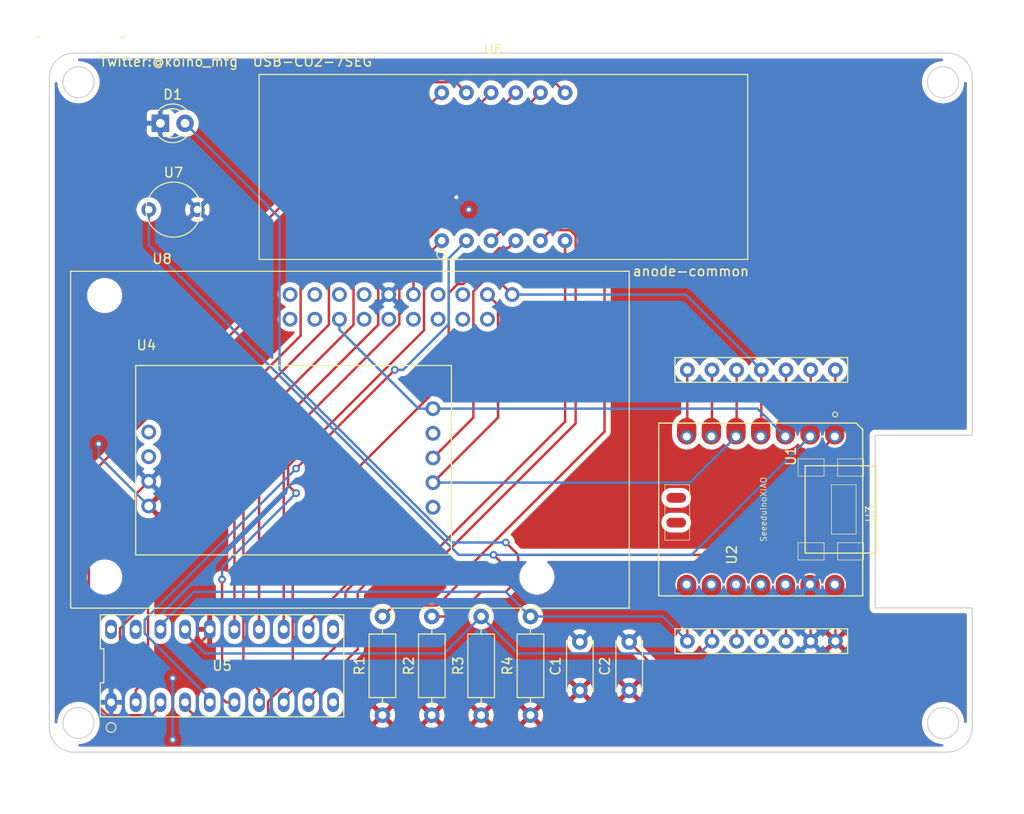
<source format=kicad_pcb>
(kicad_pcb (version 20171130) (host pcbnew "(5.1.2-1)-1")
  (layers (0 F.Cu signal) (31 B.Cu signal) (34 B.Paste user) (35 F.Paste user) (36 B.SilkS user) (37 F.SilkS user) (38 B.Mask user) (39 F.Mask user) (44 Edge.Cuts user))
  (net 0 "")
  (net 1 GND)
  (net 2 +5V)
  (net 3 "Net-(D1-Pad2)")
  (net 4 "Net-(R1-Pad2)")
  (net 5 "Net-(R3-Pad2)")
  (net 6 "Net-(R4-Pad2)")
  (net 7 "Net-(U1-Pad3)")
  (net 8 "Net-(U1-Pad4)")
  (net 9 "Net-(U1-Pad5)")
  (net 10 "Net-(U1-Pad6)")
  (net 11 "Net-(U1-Pad7)")
  (net 12 "Net-(U2-Pad5)")
  (net 13 "Net-(U2-Pad4)")
  (net 14 "Net-(U2-Pad3)")
  (net 15 "Net-(U3-Pad20)")
  (net 16 "Net-(U3-Pad19)")
  (net 17 "Net-(U3-Pad18)")
  (net 18 "Net-(U3-Pad17)")
  (net 19 "Net-(U3-Pad16)")
  (net 20 "Net-(U3-Pad15)")
  (net 21 "Net-(U4-Pad2)")
  (net 22 "Net-(U4-Pad5)")
  (net 23 "Net-(U4-Pad6)")
  (net 24 "Net-(U4-Pad7)")
  (net 25 "Net-(U5-Pad20)")
  (net 26 "Net-(U5-Pad19)")
  (net 27 "Net-(U5-Pad2)")
  (net 28 "Net-(U5-Pad3)")
  (net 29 "Net-(U5-Pad4)")
  (net 30 "Net-(U5-Pad5)")
  (net 31 "Net-(U5-Pad15)")
  (net 32 "Net-(U5-Pad6)")
  (net 33 "Net-(U5-Pad14)")
  (net 34 "Net-(U5-Pad7)")
  (net 35 "Net-(U5-Pad13)")
  (net 36 "Net-(U5-Pad8)")
  (net 37 "Net-(U5-Pad12)")
  (net 38 "Net-(U5-Pad9)")
  (net 39 "Net-(U5-Pad11)")
  (net 40 "Net-(U5-Pad10)")
  (net 41 "Net-(U8-Pad14)")
  (net 42 "Net-(U8-Pad13)")
  (net 43 "Net-(U8-Pad11)")
  (net 44 "Net-(U8-Pad10)")
  (net 45 "Net-(U8-Pad9)")
  (net 46 "Net-(U8-Pad7)")
  (net 47 "Net-(U8-Pad6)")
  (net 48 "Net-(U8-Pad5)")
  (net 49 "Net-(U8-Pad4)")
  (net 50 "Net-(U8-Pad17)")
  (net 51 "Net-(U8-Pad16)")
  (net 52 "Net-(U8-Pad15)")
  (net 53 "Net-(U8-Pad12)")
  (net 54 "Net-(U8-Pad2)")
  (module kicad_mylib:signature_koino (layer F.Cu) (at 6.35 -69.85)
    (fp_text reference ~ (at 2.54 -3.81) (layer F.SilkS))
    (fp_text value signature_koino)
    (fp_text user "Twitter:@koino_mfg  USB-CO2-7SEG" (at 0 -1.27) (layer F.SilkS) (effects (justify left)))
  )
  (module kicad_mylib:akizuki_B_plate_lower_right (layer F.Cu) (at 1.27 0)
    (fp_text reference ~ (at -1.27 -73.66) (layer F.SilkS))
    (fp_text value akizuki_B_plate_lower_right)
    (fp_arc (start 92.46 -69.46) (end 95 -69.46) (angle -90) (layer Edge.Cuts) (width 0.12))
    (fp_circle (center 92 -3) (end 93.6 -3) (layer Edge.Cuts) (width 0.12))
    (fp_circle (center 3 -69) (end 4.6 -69) (layer Edge.Cuts) (width 0.12))
    (fp_line (start 95 -2.54) (end 95 -14.86) (layer Edge.Cuts) (width 0.12))
    (fp_line (start 2.54 -72) (end 92.46 -72) (layer Edge.Cuts) (width 0.12))
    (fp_circle (center 92 -69) (end 93.6 -69) (layer Edge.Cuts) (width 0.12))
    (fp_line (start 85 -32.64) (end 95 -32.64) (layer Edge.Cuts) (width 0.12))
    (fp_arc (start 2.54 -69.46) (end 2.54 -72) (angle -90) (layer Edge.Cuts) (width 0.12))
    (fp_line (start 0 -2.54) (end 0 -69.46) (layer Edge.Cuts) (width 0.12))
    (fp_circle (center 3 -3) (end 4.6 -3) (layer Edge.Cuts) (width 0.12))
    (fp_line (start 85 -32.64) (end 85 -14.86) (layer Edge.Cuts) (width 0.12))
    (fp_line (start 2.54 0) (end 92.46 0) (layer Edge.Cuts) (width 0.12))
    (fp_arc (start 2.54 -2.54) (end 0 -2.54) (angle -90) (layer Edge.Cuts) (width 0.12))
    (fp_line (start 95 -32.64) (end 95 -69.46) (layer Edge.Cuts) (width 0.12))
    (fp_arc (start 92.46 -2.54) (end 92.46 0) (angle -90) (layer Edge.Cuts) (width 0.12))
    (fp_line (start 85 -14.86) (end 95 -14.86) (layer Edge.Cuts) (width 0.12))
  )
  (module Capacitor_THT:C_Disc_D5.0mm_W2.5mm_P5.00mm (layer F.Cu) (at 55.88 -6.35 90)
    (fp_text reference C1 (at 2.5 -2.5 90) (layer F.SilkS))
    (fp_text value C)
    (fp_line (start 5.12 1.055) (end 5.12 1.37) (layer F.SilkS) (width 0.12))
    (fp_line (start 5.12 -1.37) (end 5.12 -1.055) (layer F.SilkS) (width 0.12))
    (fp_line (start -0.12 1.055) (end -0.12 1.37) (layer F.SilkS) (width 0.12))
    (fp_line (start -0.12 -1.37) (end -0.12 -1.055) (layer F.SilkS) (width 0.12))
    (fp_line (start -0.12 1.37) (end 5.12 1.37) (layer F.SilkS) (width 0.12))
    (fp_line (start -0.12 -1.37) (end 5.12 -1.37) (layer F.SilkS) (width 0.12))
    (pad 2 thru_hole circle (at 5 0 90) (size 1.6 1.6) (drill 0.8) (layers *.Cu *.Mask) (net 1 GND))
    (pad 1 thru_hole circle (at 0 0 90) (size 1.6 1.6) (drill 0.8) (layers *.Cu *.Mask) (net 2 +5V))
  )
  (module Capacitor_THT:C_Disc_D5.0mm_W2.5mm_P5.00mm (layer F.Cu) (at 60.96 -6.35 90)
    (fp_text reference C2 (at 2.5 -2.5 90) (layer F.SilkS))
    (fp_text value C)
    (fp_line (start -0.12 -1.37) (end 5.12 -1.37) (layer F.SilkS) (width 0.12))
    (fp_line (start -0.12 1.37) (end 5.12 1.37) (layer F.SilkS) (width 0.12))
    (fp_line (start -0.12 -1.37) (end -0.12 -1.055) (layer F.SilkS) (width 0.12))
    (fp_line (start -0.12 1.055) (end -0.12 1.37) (layer F.SilkS) (width 0.12))
    (fp_line (start 5.12 -1.37) (end 5.12 -1.055) (layer F.SilkS) (width 0.12))
    (fp_line (start 5.12 1.055) (end 5.12 1.37) (layer F.SilkS) (width 0.12))
    (pad 1 thru_hole circle (at 0 0 90) (size 1.6 1.6) (drill 0.8) (layers *.Cu *.Mask) (net 2 +5V))
    (pad 2 thru_hole circle (at 5 0 90) (size 1.6 1.6) (drill 0.8) (layers *.Cu *.Mask) (net 1 GND))
  )
  (module LED_THT:LED_D3.0mm (layer F.Cu) (at 12.7 -64.77)
    (fp_text reference D1 (at 1.27 -2.96) (layer F.SilkS))
    (fp_text value LED)
    (fp_arc (start 1.27 0) (end -0.29 -1.235516) (angle 108.8) (layer F.SilkS) (width 0.12))
    (fp_arc (start 1.27 0) (end -0.29 1.235516) (angle -108.8) (layer F.SilkS) (width 0.12))
    (fp_arc (start 1.27 0) (end 0.229039 -1.08) (angle 87.9) (layer F.SilkS) (width 0.12))
    (fp_arc (start 1.27 0) (end 0.229039 1.08) (angle -87.9) (layer F.SilkS) (width 0.12))
    (fp_line (start -0.29 -1.236) (end -0.29 -1.08) (layer F.SilkS) (width 0.12))
    (fp_line (start -0.29 1.08) (end -0.29 1.236) (layer F.SilkS) (width 0.12))
    (pad 1 thru_hole rect (at 0 0) (size 1.8 1.8) (drill 0.9) (layers *.Cu *.Mask) (net 1 GND))
    (pad 2 thru_hole circle (at 2.54 0) (size 1.8 1.8) (drill 0.9) (layers *.Cu *.Mask) (net 3 "Net-(D1-Pad2)"))
  )
  (module Resistor_THT:R_Axial_DIN0207_L6.3mm_D2.5mm_P10.16mm_Horizontal (layer F.Cu) (at 35.56 -3.81 90)
    (fp_text reference R1 (at 5.08 -2.37 90) (layer F.SilkS))
    (fp_text value R)
    (fp_line (start 1.81 -1.37) (end 1.81 1.37) (layer F.SilkS) (width 0.12))
    (fp_line (start 1.81 1.37) (end 8.35 1.37) (layer F.SilkS) (width 0.12))
    (fp_line (start 8.35 1.37) (end 8.35 -1.37) (layer F.SilkS) (width 0.12))
    (fp_line (start 8.35 -1.37) (end 1.81 -1.37) (layer F.SilkS) (width 0.12))
    (fp_line (start 1.04 0) (end 1.81 0) (layer F.SilkS) (width 0.12))
    (fp_line (start 9.12 0) (end 8.35 0) (layer F.SilkS) (width 0.12))
    (pad 1 thru_hole circle (at 0 0 90) (size 1.6 1.6) (drill 0.8) (layers *.Cu *.Mask) (net 2 +5V))
    (pad 2 thru_hole oval (at 10.16 0 90) (size 1.6 1.6) (drill 0.8) (layers *.Cu *.Mask) (net 4 "Net-(R1-Pad2)"))
  )
  (module Resistor_THT:R_Axial_DIN0207_L6.3mm_D2.5mm_P10.16mm_Horizontal (layer F.Cu) (at 40.64 -3.81 90)
    (fp_text reference R2 (at 5.08 -2.37 90) (layer F.SilkS))
    (fp_text value R)
    (fp_line (start 9.12 0) (end 8.35 0) (layer F.SilkS) (width 0.12))
    (fp_line (start 1.04 0) (end 1.81 0) (layer F.SilkS) (width 0.12))
    (fp_line (start 8.35 -1.37) (end 1.81 -1.37) (layer F.SilkS) (width 0.12))
    (fp_line (start 8.35 1.37) (end 8.35 -1.37) (layer F.SilkS) (width 0.12))
    (fp_line (start 1.81 1.37) (end 8.35 1.37) (layer F.SilkS) (width 0.12))
    (fp_line (start 1.81 -1.37) (end 1.81 1.37) (layer F.SilkS) (width 0.12))
    (pad 2 thru_hole oval (at 10.16 0 90) (size 1.6 1.6) (drill 0.8) (layers *.Cu *.Mask) (net 3 "Net-(D1-Pad2)"))
    (pad 1 thru_hole circle (at 0 0 90) (size 1.6 1.6) (drill 0.8) (layers *.Cu *.Mask) (net 2 +5V))
  )
  (module Resistor_THT:R_Axial_DIN0207_L6.3mm_D2.5mm_P10.16mm_Horizontal (layer F.Cu) (at 45.72 -3.81 90)
    (fp_text reference R3 (at 5.08 -2.37 90) (layer F.SilkS))
    (fp_text value R)
    (fp_line (start 1.81 -1.37) (end 1.81 1.37) (layer F.SilkS) (width 0.12))
    (fp_line (start 1.81 1.37) (end 8.35 1.37) (layer F.SilkS) (width 0.12))
    (fp_line (start 8.35 1.37) (end 8.35 -1.37) (layer F.SilkS) (width 0.12))
    (fp_line (start 8.35 -1.37) (end 1.81 -1.37) (layer F.SilkS) (width 0.12))
    (fp_line (start 1.04 0) (end 1.81 0) (layer F.SilkS) (width 0.12))
    (fp_line (start 9.12 0) (end 8.35 0) (layer F.SilkS) (width 0.12))
    (pad 1 thru_hole circle (at 0 0 90) (size 1.6 1.6) (drill 0.8) (layers *.Cu *.Mask) (net 2 +5V))
    (pad 2 thru_hole oval (at 10.16 0 90) (size 1.6 1.6) (drill 0.8) (layers *.Cu *.Mask) (net 5 "Net-(R3-Pad2)"))
  )
  (module Resistor_THT:R_Axial_DIN0207_L6.3mm_D2.5mm_P10.16mm_Horizontal (layer F.Cu) (at 50.8 -3.81 90)
    (fp_text reference R4 (at 5.08 -2.37 90) (layer F.SilkS))
    (fp_text value R)
    (fp_line (start 9.12 0) (end 8.35 0) (layer F.SilkS) (width 0.12))
    (fp_line (start 1.04 0) (end 1.81 0) (layer F.SilkS) (width 0.12))
    (fp_line (start 8.35 -1.37) (end 1.81 -1.37) (layer F.SilkS) (width 0.12))
    (fp_line (start 8.35 1.37) (end 8.35 -1.37) (layer F.SilkS) (width 0.12))
    (fp_line (start 1.81 1.37) (end 8.35 1.37) (layer F.SilkS) (width 0.12))
    (fp_line (start 1.81 -1.37) (end 1.81 1.37) (layer F.SilkS) (width 0.12))
    (pad 2 thru_hole oval (at 10.16 0 90) (size 1.6 1.6) (drill 0.8) (layers *.Cu *.Mask) (net 6 "Net-(R4-Pad2)"))
    (pad 1 thru_hole circle (at 0 0 90) (size 1.6 1.6) (drill 0.8) (layers *.Cu *.Mask) (net 2 +5V))
  )
  (module kicad_mylib:PinHeader_XIAO (layer F.Cu) (at 83.45 -38.1 90)
    (fp_text reference U1 (at -7.62 -5.85 90) (layer F.SilkS))
    (fp_text value PinHeader_XIAO)
    (fp_line (start 0 -17.78) (end 0 0) (layer F.SilkS) (width 0.12))
    (fp_line (start 0 0) (end 2.54 0) (layer F.SilkS) (width 0.12))
    (fp_line (start 2.54 0) (end 2.54 -17.78) (layer F.SilkS) (width 0.12))
    (fp_line (start 2.54 -17.78) (end 0 -17.78) (layer F.SilkS) (width 0.12))
    (pad 1 thru_hole circle (at 1.27 -1.27 90) (size 1.524 1.524) (drill 0.8) (layers *.Cu *.Mask) (net 3 "Net-(D1-Pad2)"))
    (pad 2 thru_hole circle (at 1.27 -3.81 90) (size 1.524 1.524) (drill 0.8) (layers *.Cu *.Mask) (net 4 "Net-(R1-Pad2)"))
    (pad 3 thru_hole circle (at 1.27 -6.35 90) (size 1.524 1.524) (drill 0.8) (layers *.Cu *.Mask) (net 7 "Net-(U1-Pad3)"))
    (pad 4 thru_hole circle (at 1.27 -8.89 90) (size 1.524 1.524) (drill 0.8) (layers *.Cu *.Mask) (net 8 "Net-(U1-Pad4)"))
    (pad 5 thru_hole circle (at 1.27 -11.43 90) (size 1.524 1.524) (drill 0.8) (layers *.Cu *.Mask) (net 9 "Net-(U1-Pad5)"))
    (pad 6 thru_hole circle (at 1.27 -13.97 90) (size 1.524 1.524) (drill 0.8) (layers *.Cu *.Mask) (net 10 "Net-(U1-Pad6)"))
    (pad 7 thru_hole circle (at 1.27 -16.51 90) (size 1.524 1.524) (drill 0.8) (layers *.Cu *.Mask) (net 11 "Net-(U1-Pad7)"))
  )
  (module kicad_mylib:PinHeader_XIAO (layer F.Cu) (at 65.67 -12.7 270)
    (fp_text reference U2 (at -7.62 -5.85 90) (layer F.SilkS))
    (fp_text value PinHeader_XIAO)
    (fp_line (start 2.54 -17.78) (end 0 -17.78) (layer F.SilkS) (width 0.12))
    (fp_line (start 2.54 0) (end 2.54 -17.78) (layer F.SilkS) (width 0.12))
    (fp_line (start 0 0) (end 2.54 0) (layer F.SilkS) (width 0.12))
    (fp_line (start 0 -17.78) (end 0 0) (layer F.SilkS) (width 0.12))
    (pad 7 thru_hole circle (at 1.27 -16.51 270) (size 1.524 1.524) (drill 0.8) (layers *.Cu *.Mask) (net 2 +5V))
    (pad 6 thru_hole circle (at 1.27 -13.97 270) (size 1.524 1.524) (drill 0.8) (layers *.Cu *.Mask) (net 1 GND))
    (pad 5 thru_hole circle (at 1.27 -11.43 270) (size 1.524 1.524) (drill 0.8) (layers *.Cu *.Mask) (net 12 "Net-(U2-Pad5)"))
    (pad 4 thru_hole circle (at 1.27 -8.89 270) (size 1.524 1.524) (drill 0.8) (layers *.Cu *.Mask) (net 13 "Net-(U2-Pad4)"))
    (pad 3 thru_hole circle (at 1.27 -6.35 270) (size 1.524 1.524) (drill 0.8) (layers *.Cu *.Mask) (net 14 "Net-(U2-Pad3)"))
    (pad 2 thru_hole circle (at 1.27 -3.81 270) (size 1.524 1.524) (drill 0.8) (layers *.Cu *.Mask) (net 5 "Net-(R3-Pad2)"))
    (pad 1 thru_hole circle (at 1.27 -1.27 270) (size 1.524 1.524) (drill 0.8) (layers *.Cu *.Mask) (net 6 "Net-(R4-Pad2)"))
  )
  (module kicad_mylib:SeeedXIAO (layer F.Cu) (at 64 -33.89 270)
    (fp_text reference U3 (at 9.3345 -21.7805 90) (layer F.SilkS) (effects (font (size 0.889 0.889) (thickness 0.1016))))
    (fp_text value SeeeduinoXIAO (at 8.89 -10.795 90) (layer F.SilkS) (effects (font (size 0.6096 0.6096) (thickness 0.0762))))
    (fp_line (start 6.35 -17.78) (end 11.43 -17.78) (layer F.SilkS) (width 0.06604))
    (fp_line (start 11.43 -17.78) (end 11.43 -20.32) (layer F.SilkS) (width 0.06604))
    (fp_line (start 6.35 -20.32) (end 11.43 -20.32) (layer F.SilkS) (width 0.06604))
    (fp_line (start 6.35 -17.78) (end 6.35 -20.32) (layer F.SilkS) (width 0.06604))
    (fp_line (start 6.35 -0.635) (end 12.065 -0.635) (layer F.SilkS) (width 0.06604))
    (fp_line (start 12.065 -0.635) (end 12.065 -3.175) (layer F.SilkS) (width 0.06604))
    (fp_line (start 6.35 -3.175) (end 12.065 -3.175) (layer F.SilkS) (width 0.06604))
    (fp_line (start 6.35 -0.635) (end 6.35 -3.175) (layer F.SilkS) (width 0.06604))
    (fp_line (start 3.683 -18.415) (end 5.461 -18.415) (layer F.SilkS) (width 0.06604))
    (fp_line (start 5.461 -18.415) (end 5.461 -21.082) (layer F.SilkS) (width 0.06604))
    (fp_line (start 3.683 -21.082) (end 5.461 -21.082) (layer F.SilkS) (width 0.06604))
    (fp_line (start 3.683 -18.415) (end 3.683 -21.082) (layer F.SilkS) (width 0.06604))
    (fp_line (start 3.683 -14.34846) (end 5.461 -14.34846) (layer F.SilkS) (width 0.06604))
    (fp_line (start 5.461 -14.34846) (end 5.461 -17.018) (layer F.SilkS) (width 0.06604))
    (fp_line (start 3.683 -17.018) (end 5.461 -17.018) (layer F.SilkS) (width 0.06604))
    (fp_line (start 3.683 -14.34846) (end 3.683 -17.018) (layer F.SilkS) (width 0.06604))
    (fp_line (start 12.319 -14.34846) (end 14.097 -14.34846) (layer F.SilkS) (width 0.06604))
    (fp_line (start 14.097 -14.34846) (end 14.097 -17.018) (layer F.SilkS) (width 0.06604))
    (fp_line (start 12.319 -17.018) (end 14.097 -17.018) (layer F.SilkS) (width 0.06604))
    (fp_line (start 12.319 -14.34846) (end 12.319 -17.018) (layer F.SilkS) (width 0.06604))
    (fp_line (start 12.319 -18.415) (end 14.097 -18.415) (layer F.SilkS) (width 0.06604))
    (fp_line (start 14.097 -18.415) (end 14.097 -21.082) (layer F.SilkS) (width 0.06604))
    (fp_line (start 12.319 -21.082) (end 14.097 -21.082) (layer F.SilkS) (width 0.06604))
    (fp_line (start 12.319 -18.415) (end 12.319 -21.082) (layer F.SilkS) (width 0.06604))
    (fp_line (start 0 0) (end 17.79778 0) (layer F.SilkS) (width 0.127))
    (fp_line (start 17.79778 0) (end 17.79778 -20.99818) (layer F.SilkS) (width 0.127))
    (fp_line (start 17.79778 -20.99818) (end 0.67056 -20.99818) (layer F.SilkS) (width 0.127))
    (fp_line (start 0.67056 -20.99818) (end 0 -20.32762) (layer F.SilkS) (width 0.127))
    (fp_line (start 0 -20.32762) (end 0 0) (layer F.SilkS) (width 0.127))
    (fp_line (start 4.39928 -22.42312) (end 13.39342 -22.42312) (layer F.SilkS) (width 0.127))
    (fp_line (start 13.39342 -22.42312) (end 13.39342 -15.06982) (layer F.SilkS) (width 0.127))
    (fp_line (start 13.39342 -15.06982) (end 4.3942 -15.06982) (layer F.SilkS) (width 0.127))
    (fp_line (start 4.3942 -15.06982) (end 4.3942 -22.42312) (layer F.SilkS) (width 0.127))
    (fp_circle (center -0.889 -18.161) (end -0.889 -18.415) (layer F.SilkS) (width 0.1))
    (pad 7 thru_hole circle (at 1.38 -2.878 270) (size 1.3 1.3) (drill 0.8) (layers *.Cu *.Mask) (net 11 "Net-(U1-Pad7)"))
    (pad 6 thru_hole circle (at 1.38 -5.418 270) (size 1.3 1.3) (drill 0.8) (layers *.Cu *.Mask) (net 10 "Net-(U1-Pad6)"))
    (pad 5 thru_hole circle (at 1.38 -7.958 270) (size 1.3 1.3) (drill 0.8) (layers *.Cu *.Mask) (net 9 "Net-(U1-Pad5)"))
    (pad 4 thru_hole circle (at 1.38 -10.498 270) (size 1.3 1.3) (drill 0.8) (layers *.Cu *.Mask) (net 8 "Net-(U1-Pad4)"))
    (pad 3 thru_hole circle (at 1.38 -13.038 270) (size 1.3 1.3) (drill 0.8) (layers *.Cu *.Mask) (net 7 "Net-(U1-Pad3)"))
    (pad 2 thru_hole circle (at 1.38 -15.578 270) (size 1.3 1.3) (drill 0.8) (layers *.Cu *.Mask) (net 4 "Net-(R1-Pad2)"))
    (pad 1 thru_hole circle (at 1.38 -18.118 270) (size 1.3 1.3) (drill 0.8) (layers *.Cu *.Mask) (net 3 "Net-(D1-Pad2)"))
    (pad 20 smd circle (at 10.238803 -16.264187) (size 1.143 1.143) (layers F.Cu F.Paste F.Mask) (net 15 "Net-(U3-Pad20)"))
    (pad 19 smd circle (at 7.698803 -16.264187) (size 1.143 1.143) (layers F.Cu F.Paste F.Mask) (net 16 "Net-(U3-Pad19)"))
    (pad 18 smd circle (at 10.238803 -18.804187) (size 1.143 1.143) (layers F.Cu F.Paste F.Mask) (net 17 "Net-(U3-Pad18)"))
    (pad 17 smd circle (at 7.698803 -18.804187) (size 1.143 1.143) (layers F.Cu F.Paste F.Mask) (net 18 "Net-(U3-Pad17)"))
    (pad 16 smd oval (at 10.25 -1.8) (size 2.032 1.016) (layers F.Cu F.Paste F.Mask) (net 19 "Net-(U3-Pad16)"))
    (pad 15 smd oval (at 7.7 -1.8) (size 2.032 1.016) (layers F.Cu F.Paste F.Mask) (net 20 "Net-(U3-Pad15)"))
    (pad 1 smd oval (at 0.83312 -18.11782 270) (size 2.74828 1.99898) (layers F.Cu F.Paste F.Mask) (net 3 "Net-(D1-Pad2)"))
    (pad 2 smd oval (at 0.83312 -15.57782 270) (size 2.74828 1.99898) (layers F.Cu F.Paste F.Mask) (net 4 "Net-(R1-Pad2)"))
    (pad 3 smd oval (at 0.83312 -13.03782 270) (size 2.74828 1.99898) (layers F.Cu F.Paste F.Mask) (net 7 "Net-(U1-Pad3)"))
    (pad 4 smd oval (at 0.83312 -10.49782 270) (size 2.74828 1.99898) (layers F.Cu F.Paste F.Mask) (net 8 "Net-(U1-Pad4)"))
    (pad 5 smd oval (at 0.83312 -7.95782 270) (size 2.74828 1.99898) (layers F.Cu F.Paste F.Mask) (net 9 "Net-(U1-Pad5)"))
    (pad 6 smd oval (at 0.83312 -5.41782 270) (size 2.74828 1.99898) (layers F.Cu F.Paste F.Mask) (net 10 "Net-(U1-Pad6)"))
    (pad 7 smd oval (at 0.83312 -2.87782 270) (size 2.74828 1.99898) (layers F.Cu F.Paste F.Mask) (net 11 "Net-(U1-Pad7)"))
    (pad 8 smd oval (at 16.99768 -2.87782 270) (size 2.74828 1.99898) (layers F.Cu F.Paste F.Mask) (net 6 "Net-(R4-Pad2)"))
    (pad 9 smd oval (at 16.99768 -5.41782 270) (size 2.74828 1.99898) (layers F.Cu F.Paste F.Mask) (net 5 "Net-(R3-Pad2)"))
    (pad 10 smd oval (at 16.99768 -7.95782 270) (size 2.74828 1.99898) (layers F.Cu F.Paste F.Mask) (net 14 "Net-(U2-Pad3)"))
    (pad 11 smd oval (at 16.99768 -10.49782 270) (size 2.74828 1.99898) (layers F.Cu F.Paste F.Mask) (net 13 "Net-(U2-Pad4)"))
    (pad 12 smd oval (at 16.99768 -13.03782 270) (size 2.74828 1.99898) (layers F.Cu F.Paste F.Mask) (net 12 "Net-(U2-Pad5)"))
    (pad 13 smd oval (at 16.99768 -15.57782 270) (size 2.74828 1.99898) (layers F.Cu F.Paste F.Mask) (net 1 GND))
    (pad 14 smd oval (at 16.99768 -18.11782 270) (size 2.74828 1.99898) (layers F.Cu F.Paste F.Mask) (net 2 +5V))
    (pad 14 thru_hole circle (at 16.62 -18.117 270) (size 1.3 1.3) (drill 0.8) (layers *.Cu *.Mask) (net 2 +5V))
    (pad 13 thru_hole circle (at 16.62 -15.577 270) (size 1.3 1.3) (drill 0.8) (layers *.Cu *.Mask) (net 1 GND))
    (pad 12 thru_hole circle (at 16.62 -13.037 270) (size 1.3 1.3) (drill 0.8) (layers *.Cu *.Mask) (net 12 "Net-(U2-Pad5)"))
    (pad 11 thru_hole circle (at 16.62 -10.497 270) (size 1.3 1.3) (drill 0.8) (layers *.Cu *.Mask) (net 13 "Net-(U2-Pad4)"))
    (pad 10 thru_hole circle (at 16.62 -7.957 270) (size 1.3 1.3) (drill 0.8) (layers *.Cu *.Mask) (net 14 "Net-(U2-Pad3)"))
    (pad 9 thru_hole circle (at 16.62 -5.417 270) (size 1.3 1.3) (drill 0.8) (layers *.Cu *.Mask) (net 5 "Net-(R3-Pad2)"))
    (pad 8 thru_hole circle (at 16.62 -2.877 270) (size 1.3 1.3) (drill 0.8) (layers *.Cu *.Mask) (net 6 "Net-(R4-Pad2)"))
  )
  (module kicad_mylib:MH-Z19B (layer F.Cu) (at 10.16 -20.32)
    (fp_text reference U4 (at 0 -21.59) (layer F.SilkS) (effects (justify left)))
    (fp_text value MH-Z19B)
    (fp_line (start 0 0) (end 0 -19.5) (layer F.SilkS) (width 0.12))
    (fp_line (start 32.5 0) (end 32.5 -19.5) (layer F.SilkS) (width 0.12))
    (fp_line (start 0 0) (end 32.5 0) (layer F.SilkS) (width 0.12))
    (fp_line (start 0 -19.5) (end 32.5 -19.5) (layer F.SilkS) (width 0.12))
    (pad 1 thru_hole circle (at 30.6 -15.06) (size 1.524 1.524) (drill 0.9) (layers *.Cu *.Mask) (net 7 "Net-(U1-Pad3)"))
    (pad 2 thru_hole circle (at 30.6 -12.52) (size 1.524 1.524) (drill 0.9) (layers *.Cu *.Mask) (net 21 "Net-(U4-Pad2)"))
    (pad 3 thru_hole circle (at 30.6 -9.98) (size 1.524 1.524) (drill 0.9) (layers *.Cu *.Mask) (net 8 "Net-(U1-Pad4)"))
    (pad 4 thru_hole circle (at 30.6 -7.44) (size 1.524 1.524) (drill 0.9) (layers *.Cu *.Mask) (net 9 "Net-(U1-Pad5)"))
    (pad 5 thru_hole circle (at 30.6 -4.9) (size 1.524 1.524) (drill 0.9) (layers *.Cu *.Mask) (net 22 "Net-(U4-Pad5)"))
    (pad 6 thru_hole circle (at 1.34 -12.65) (size 1.524 1.524) (drill 0.9) (layers *.Cu *.Mask) (net 23 "Net-(U4-Pad6)"))
    (pad 7 thru_hole circle (at 1.34 -10.11) (size 1.524 1.524) (drill 0.9) (layers *.Cu *.Mask) (net 24 "Net-(U4-Pad7)"))
    (pad 8 thru_hole circle (at 1.34 -7.57) (size 1.524 1.524) (drill 0.9) (layers *.Cu *.Mask) (net 1 GND))
    (pad 9 thru_hole circle (at 1.34 -5.03) (size 1.524 1.524) (drill 0.9) (layers *.Cu *.Mask) (net 2 +5V))
  )
  (module kicad_mylib:TM1630 (layer F.Cu) (at 6.35 -3.81)
    (fp_text reference U5 (at 12.7 -5.08 180) (layer F.SilkS))
    (fp_text value TM1637)
    (fp_line (start 0.17 0.179999) (end 25.23 0.18) (layer F.SilkS) (width 0.12))
    (fp_line (start 25.23 0.18) (end 25.23 -10.339999) (layer F.SilkS) (width 0.12))
    (fp_line (start 25.23 -10.339999) (end 0.17 -10.34) (layer F.SilkS) (width 0.12))
    (fp_line (start 0.17 -10.34) (end 0.17 -6.833333) (layer F.SilkS) (width 0.12))
    (fp_line (start 0.17 -6.833333) (end 0.53 -6.833333) (layer F.SilkS) (width 0.12))
    (fp_line (start 0.53 -6.833333) (end 0.53 -3.326667) (layer F.SilkS) (width 0.12))
    (fp_line (start 0.53 -3.326667) (end 0.17 -3.326667) (layer F.SilkS) (width 0.12))
    (fp_line (start 0.17 -3.326667) (end 0.17 0.179999) (layer F.SilkS) (width 0.12))
    (fp_circle (center 1.27 1.27) (end 1.77 1.27) (layer F.SilkS) (width 0.12))
    (pad 20 thru_hole oval (at 1.27 -8.84) (size 1.2 2) (drill 0.8) (layers *.Cu *.Mask) (net 25 "Net-(U5-Pad20)"))
    (pad 1 thru_hole oval (at 1.27 -1.32) (size 1.2 2) (drill 0.8) (layers *.Cu *.Mask) (net 1 GND))
    (pad 19 thru_hole oval (at 3.81 -8.84) (size 1.2 2) (drill 0.8) (layers *.Cu *.Mask) (net 26 "Net-(U5-Pad19)"))
    (pad 2 thru_hole oval (at 3.81 -1.32) (size 1.2 2) (drill 0.8) (layers *.Cu *.Mask) (net 27 "Net-(U5-Pad2)"))
    (pad 18 thru_hole oval (at 6.35 -8.84) (size 1.2 2) (drill 0.8) (layers *.Cu *.Mask) (net 6 "Net-(R4-Pad2)"))
    (pad 3 thru_hole oval (at 6.35 -1.32) (size 1.2 2) (drill 0.8) (layers *.Cu *.Mask) (net 28 "Net-(U5-Pad3)"))
    (pad 17 thru_hole oval (at 8.89 -8.84) (size 1.2 2) (drill 0.8) (layers *.Cu *.Mask) (net 5 "Net-(R3-Pad2)"))
    (pad 4 thru_hole oval (at 8.89 -1.32) (size 1.2 2) (drill 0.8) (layers *.Cu *.Mask) (net 29 "Net-(U5-Pad4)"))
    (pad 16 thru_hole oval (at 11.43 -8.84) (size 1.2 2) (drill 0.8) (layers *.Cu *.Mask) (net 2 +5V))
    (pad 5 thru_hole oval (at 11.43 -1.32) (size 1.2 2) (drill 0.8) (layers *.Cu *.Mask) (net 30 "Net-(U5-Pad5)"))
    (pad 15 thru_hole oval (at 13.97 -8.84) (size 1.2 2) (drill 0.8) (layers *.Cu *.Mask) (net 31 "Net-(U5-Pad15)"))
    (pad 6 thru_hole oval (at 13.97 -1.32) (size 1.2 2) (drill 0.8) (layers *.Cu *.Mask) (net 32 "Net-(U5-Pad6)"))
    (pad 14 thru_hole oval (at 16.51 -8.84) (size 1.2 2) (drill 0.8) (layers *.Cu *.Mask) (net 33 "Net-(U5-Pad14)"))
    (pad 7 thru_hole oval (at 16.51 -1.32) (size 1.2 2) (drill 0.8) (layers *.Cu *.Mask) (net 34 "Net-(U5-Pad7)"))
    (pad 13 thru_hole oval (at 19.05 -8.84) (size 1.2 2) (drill 0.8) (layers *.Cu *.Mask) (net 35 "Net-(U5-Pad13)"))
    (pad 8 thru_hole oval (at 19.05 -1.32) (size 1.2 2) (drill 0.8) (layers *.Cu *.Mask) (net 36 "Net-(U5-Pad8)"))
    (pad 12 thru_hole oval (at 21.59 -8.84) (size 1.2 2) (drill 0.8) (layers *.Cu *.Mask) (net 37 "Net-(U5-Pad12)"))
    (pad 9 thru_hole oval (at 21.59 -1.32) (size 1.2 2) (drill 0.8) (layers *.Cu *.Mask) (net 38 "Net-(U5-Pad9)"))
    (pad 11 thru_hole oval (at 24.13 -8.84) (size 1.2 2) (drill 0.8) (layers *.Cu *.Mask) (net 39 "Net-(U5-Pad11)"))
    (pad 10 thru_hole oval (at 24.13 -1.32) (size 1.2 2) (drill 0.8) (layers *.Cu *.Mask) (net 40 "Net-(U5-Pad10)"))
  )
  (module kicad_mylib:7segment_led_0.56 (layer F.Cu) (at 22.86 -50.8)
    (fp_text reference U6 (at 24.13 -21.59) (layer F.SilkS))
    (fp_text value 7segment_led)
    (fp_line (start 0 -19) (end 50.3 -19) (layer F.SilkS) (width 0.12))
    (fp_line (start 50.3 0) (end 50.3 -19) (layer F.SilkS) (width 0.12))
    (fp_line (start 0 0.05) (end 50.3 0.05) (layer F.SilkS) (width 0.12))
    (fp_line (start 0 0) (end 0 -19) (layer F.SilkS) (width 0.12))
    (fp_circle (center 18.8 -0.5) (end 19.3 -0.5) (layer F.SilkS) (width 0.12))
    (pad 1 thru_hole circle (at 18.8 -1.88) (size 1.524 1.524) (drill 0.762) (layers *.Cu *.Mask) (net 32 "Net-(U5-Pad6)"))
    (pad 2 thru_hole circle (at 21.34 -1.88) (size 1.524 1.524) (drill 0.762) (layers *.Cu *.Mask) (net 30 "Net-(U5-Pad5)"))
    (pad 3 thru_hole circle (at 23.88 -1.88) (size 1.524 1.524) (drill 0.762) (layers *.Cu *.Mask) (net 38 "Net-(U5-Pad9)"))
    (pad 4 thru_hole circle (at 26.42 -1.88) (size 1.524 1.524) (drill 0.762) (layers *.Cu *.Mask) (net 29 "Net-(U5-Pad4)"))
    (pad 5 thru_hole circle (at 28.96 -1.88) (size 1.524 1.524) (drill 0.762) (layers *.Cu *.Mask) (net 36 "Net-(U5-Pad8)"))
    (pad 6 thru_hole circle (at 31.5 -1.88) (size 1.524 1.524) (drill 0.762) (layers *.Cu *.Mask) (net 37 "Net-(U5-Pad12)"))
    (pad 7 thru_hole circle (at 31.5 -17.12) (size 1.524 1.524) (drill 0.762) (layers *.Cu *.Mask) (net 28 "Net-(U5-Pad3)"))
    (pad 8 thru_hole circle (at 28.96 -17.12) (size 1.524 1.524) (drill 0.762) (layers *.Cu *.Mask) (net 35 "Net-(U5-Pad13)"))
    (pad 9 thru_hole circle (at 26.42 -17.12) (size 1.524 1.524) (drill 0.762) (layers *.Cu *.Mask) (net 33 "Net-(U5-Pad14)"))
    (pad 10 thru_hole circle (at 23.88 -17.12) (size 1.524 1.524) (drill 0.762) (layers *.Cu *.Mask) (net 34 "Net-(U5-Pad7)"))
    (pad 11 thru_hole circle (at 21.34 -17.12) (size 1.524 1.524) (drill 0.762) (layers *.Cu *.Mask) (net 27 "Net-(U5-Pad2)"))
    (pad 12 thru_hole circle (at 18.8 -17.12) (size 1.524 1.524) (drill 0.762) (layers *.Cu *.Mask) (net 31 "Net-(U5-Pad15)"))
  )
  (module kicad_mylib:SW_PUSH_2pin (layer F.Cu) (at 11.51 -55.88)
    (fp_text reference U7 (at 2.54 -3.81) (layer F.SilkS))
    (fp_text value SW_push_2pin)
    (fp_circle (center 2.54 0) (end 5.08 1.27) (layer F.SilkS) (width 0.12))
    (pad 1 thru_hole circle (at 0 0) (size 1.524 1.524) (drill 0.762) (layers *.Cu *.Mask) (net 4 "Net-(R1-Pad2)"))
    (pad 2 thru_hole circle (at 5 0) (size 1.524 1.524) (drill 0.762) (layers *.Cu *.Mask) (net 1 GND))
  )
  (module kicad_mylib:MH-Z14A (layer F.Cu) (at 60.96 -49.53 180)
    (fp_text reference U8 (at 46.99 1.27) (layer F.SilkS) (effects (justify right)))
    (fp_text value MH-Z14A)
    (fp_line (start 0 0) (end 57.5 0) (layer F.SilkS) (width 0.12))
    (fp_line (start 0 -34.7) (end 57.5 -34.7) (layer F.SilkS) (width 0.12))
    (fp_line (start 0 -34.7) (end 0 0) (layer F.SilkS) (width 0.12))
    (fp_line (start 57.5 -34.7) (end 57.5 0) (layer F.SilkS) (width 0.12))
    (pad 19 thru_hole circle (at 12.05 -2.4 180) (size 1.524 1.524) (drill 0.9) (layers *.Cu *.Mask) (net 8 "Net-(U1-Pad4)"))
    (pad 18 thru_hole circle (at 14.59 -2.4 180) (size 1.524 1.524) (drill 0.9) (layers *.Cu *.Mask) (net 9 "Net-(U1-Pad5)"))
    (pad 17 thru_hole circle (at 17.13 -2.4 180) (size 1.524 1.524) (drill 0.9) (layers *.Cu *.Mask) (net 50 "Net-(U8-Pad17)"))
    (pad 16 thru_hole circle (at 19.67 -2.4 180) (size 1.524 1.524) (drill 0.9) (layers *.Cu *.Mask) (net 51 "Net-(U8-Pad16)"))
    (pad 15 thru_hole circle (at 19.67 -4.94 180) (size 1.524 1.524) (drill 0.9) (layers *.Cu *.Mask) (net 52 "Net-(U8-Pad15)"))
    (pad 14 thru_hole circle (at 17.13 -4.94 180) (size 1.524 1.524) (drill 0.9) (layers *.Cu *.Mask) (net 41 "Net-(U8-Pad14)"))
    (pad 13 thru_hole circle (at 14.59 -4.94 180) (size 1.524 1.524) (drill 0.9) (layers *.Cu *.Mask) (net 42 "Net-(U8-Pad13)"))
    (pad 12 thru_hole circle (at 34.91 -4.94 180) (size 1.524 1.524) (drill 0.9) (layers *.Cu *.Mask) (net 53 "Net-(U8-Pad12)"))
    (pad 11 thru_hole circle (at 34.91 -2.4 180) (size 1.524 1.524) (drill 0.9) (layers *.Cu *.Mask) (net 43 "Net-(U8-Pad11)"))
    (pad 10 thru_hole circle (at 32.37 -4.94 180) (size 1.524 1.524) (drill 0.9) (layers *.Cu *.Mask) (net 44 "Net-(U8-Pad10)"))
    (pad 9 thru_hole circle (at 32.37 -2.4 180) (size 1.524 1.524) (drill 0.9) (layers *.Cu *.Mask) (net 45 "Net-(U8-Pad9)"))
    (pad 8 thru_hole circle (at 29.83 -4.94 180) (size 1.524 1.524) (drill 0.9) (layers *.Cu *.Mask) (net 7 "Net-(U1-Pad3)"))
    (pad 7 thru_hole circle (at 29.83 -2.4 180) (size 1.524 1.524) (drill 0.9) (layers *.Cu *.Mask) (net 46 "Net-(U8-Pad7)"))
    (pad 6 thru_hole circle (at 27.29 -4.94 180) (size 1.524 1.524) (drill 0.9) (layers *.Cu *.Mask) (net 47 "Net-(U8-Pad6)"))
    (pad 5 thru_hole circle (at 27.29 -2.4 180) (size 1.524 1.524) (drill 0.9) (layers *.Cu *.Mask) (net 48 "Net-(U8-Pad5)"))
    (pad 4 thru_hole circle (at 24.75 -4.94 180) (size 1.524 1.524) (drill 0.9) (layers *.Cu *.Mask) (net 49 "Net-(U8-Pad4)"))
    (pad 3 thru_hole circle (at 24.75 -2.4 180) (size 1.524 1.524) (drill 0.9) (layers *.Cu *.Mask) (net 1 GND))
    (pad 1 thru_hole circle (at 22.21 -2.4 180) (size 1.524 1.524) (drill 0.9) (layers *.Cu *.Mask) (net 2 +5V))
    (pad 2 thru_hole circle (at 22.21 -4.94 180) (size 1.524 1.524) (drill 0.9) (layers *.Cu *.Mask) (net 54 "Net-(U8-Pad2)"))
    (pad "" np_thru_hole circle (at 9.5 -31.5 180) (size 2.6 2.6) (drill 2.6) (layers *.Cu *.Mask))
    (pad "" np_thru_hole circle (at 54 -31.5 180) (size 2.6 2.6) (drill 2.6) (layers *.Cu *.Mask))
    (pad "" np_thru_hole circle (at 54 -2.5 180) (size 2.6 2.6) (drill 2.6) (layers *.Cu *.Mask))
  )
  (gr_text anode-common (at 67.31 -49.53) (layer F.SilkS) (effects (font (size 1 1))))
  (segment (start 79.64 -17.207) (end 79.577 -17.27) (width 0.25) (layer F.Cu) (net 1))
  (segment (start 79.64 -11.43) (end 79.64 -17.207) (width 0.25) (layer F.Cu) (net 1))
  (segment (start 8.54501 -7.30501) (end 7.62 -6.38) (width 0.25) (layer F.Cu) (net 1))
  (segment (start 10.16 -14.358161) (end 8.54501 -12.743171) (width 0.25) (layer F.Cu) (net 1))
  (segment (start 7.62 -6.38) (end 7.62 -5.13) (width 0.25) (layer F.Cu) (net 1))
  (segment (start 10.16 -26.55) (end 10.16 -14.358161) (width 0.25) (layer F.Cu) (net 1))
  (segment (start 8.54501 -12.743171) (end 8.54501 -7.30501) (width 0.25) (layer F.Cu) (net 1))
  (segment (start 11.5 -27.89) (end 10.16 -26.55) (width 0.25) (layer F.Cu) (net 1))
  (segment (start 36.971999 -47.891999) (end 36.971999 -50.941999) (width 0.25) (layer B.Cu) (net 1))
  (segment (start 36.21 -47.13) (end 36.971999 -47.891999) (width 0.25) (layer B.Cu) (net 1))
  (via (at 43.18 -57.15) (size 0.8) (drill 0.4) (layers F.Cu B.Cu) (net 1))
  (segment (start 36.971999 -50.941999) (end 43.18 -57.15) (width 0.25) (layer B.Cu) (net 1))
  (segment (start 60.96 -11.35) (end 63.42 -8.89) (width 0.25) (layer F.Cu) (net 1))
  (segment (start 77.1 -8.89) (end 79.64 -11.43) (width 0.25) (layer F.Cu) (net 1))
  (segment (start 63.42 -8.89) (end 77.1 -8.89) (width 0.25) (layer F.Cu) (net 1))
  (segment (start 82.18 -17.207) (end 82.117 -17.27) (width 0.25) (layer F.Cu) (net 2))
  (segment (start 82.18 -11.43) (end 82.18 -17.207) (width 0.25) (layer F.Cu) (net 2))
  (via (at 44.45 -55.88) (size 0.8) (drill 0.4) (layers F.Cu B.Cu) (net 2))
  (segment (start 43.251238 -55.88) (end 44.45 -55.88) (width 0.25) (layer F.Cu) (net 2))
  (segment (start 38.75 -51.378762) (end 43.251238 -55.88) (width 0.25) (layer F.Cu) (net 2))
  (segment (start 38.75 -47.13) (end 38.75 -51.378762) (width 0.25) (layer F.Cu) (net 2))
  (via (at 13.97 -7.62) (size 0.8) (drill 0.4) (layers F.Cu B.Cu) (net 2))
  (segment (start 13.97 -8.44) (end 13.97 -7.62) (width 0.25) (layer F.Cu) (net 2))
  (segment (start 17.78 -12.25) (end 13.97 -8.44) (width 0.25) (layer F.Cu) (net 2))
  (segment (start 17.78 -12.65) (end 17.78 -12.25) (width 0.25) (layer F.Cu) (net 2))
  (via (at 13.97 -1.27) (size 0.8) (drill 0.4) (layers F.Cu B.Cu) (net 2))
  (segment (start 13.97 -7.62) (end 13.97 -1.27) (width 0.25) (layer B.Cu) (net 2))
  (via (at 6.35 -31.75) (size 0.8) (drill 0.4) (layers F.Cu B.Cu) (net 2))
  (segment (start 6.35 -30.5) (end 6.35 -31.75) (width 0.25) (layer B.Cu) (net 2))
  (segment (start 11.5 -25.35) (end 6.35 -30.5) (width 0.25) (layer B.Cu) (net 2))
  (segment (start 82.18 -32.572) (end 82.118 -32.51) (width 0.25) (layer F.Cu) (net 3))
  (segment (start 82.18 -39.37) (end 82.18 -32.572) (width 0.25) (layer F.Cu) (net 3))
  (segment (start 15.24 -64.77) (end 21.59 -58.42) (width 0.25) (layer B.Cu) (net 3))
  (segment (start 24.962999 -39.408239) (end 42.781238 -21.59) (width 0.25) (layer B.Cu) (net 3))
  (segment (start 24.962999 -55.047001) (end 24.962999 -39.408239) (width 0.25) (layer B.Cu) (net 3))
  (segment (start 21.59 -58.42) (end 24.962999 -55.047001) (width 0.25) (layer B.Cu) (net 3))
  (segment (start 42.781238 -21.59) (end 48.26 -21.59) (width 0.25) (layer B.Cu) (net 3))
  (via (at 48.26 -21.59) (size 0.8) (drill 0.4) (layers F.Cu B.Cu) (net 3))
  (segment (start 48.26 -21.59) (end 49.53 -20.32) (width 0.25) (layer F.Cu) (net 3))
  (segment (start 49.53 -20.32) (end 49.53 -17.78) (width 0.25) (layer F.Cu) (net 3))
  (segment (start 49.53 -17.78) (end 48.26 -16.51) (width 0.25) (layer F.Cu) (net 3))
  (segment (start 48.26 -16.51) (end 45.72 -16.51) (width 0.25) (layer F.Cu) (net 3))
  (segment (start 43.18 -13.97) (end 40.64 -13.97) (width 0.25) (layer F.Cu) (net 3))
  (segment (start 45.72 -16.51) (end 43.18 -13.97) (width 0.25) (layer F.Cu) (net 3))
  (segment (start 69.928 -20.32) (end 82.118 -32.51) (width 0.25) (layer F.Cu) (net 3))
  (segment (start 49.53 -20.32) (end 69.928 -20.32) (width 0.25) (layer F.Cu) (net 3))
  (segment (start 79.64 -32.572) (end 79.578 -32.51) (width 0.25) (layer F.Cu) (net 4))
  (segment (start 79.64 -39.37) (end 79.64 -32.572) (width 0.25) (layer F.Cu) (net 4))
  (segment (start 11.51 -52.224828) (end 43.414828 -20.32) (width 0.25) (layer B.Cu) (net 4))
  (segment (start 11.51 -55.88) (end 11.51 -52.224828) (width 0.25) (layer B.Cu) (net 4))
  (via (at 46.99 -20.32) (size 0.8) (drill 0.4) (layers F.Cu B.Cu) (net 4))
  (segment (start 43.414828 -20.32) (end 46.99 -20.32) (width 0.25) (layer B.Cu) (net 4))
  (segment (start 36.685001 -15.095001) (end 36.359999 -14.769999) (width 0.25) (layer F.Cu) (net 4))
  (segment (start 41.180001 -15.095001) (end 36.685001 -15.095001) (width 0.25) (layer F.Cu) (net 4))
  (segment (start 43.865 -17.78) (end 41.180001 -15.095001) (width 0.25) (layer F.Cu) (net 4))
  (segment (start 36.359999 -14.769999) (end 35.56 -13.97) (width 0.25) (layer F.Cu) (net 4))
  (segment (start 48.26 -17.78) (end 43.865 -17.78) (width 0.25) (layer F.Cu) (net 4))
  (segment (start 48.26 -19.05) (end 48.26 -17.78) (width 0.25) (layer F.Cu) (net 4))
  (segment (start 46.99 -20.32) (end 48.26 -19.05) (width 0.25) (layer F.Cu) (net 4))
  (segment (start 67.388 -20.32) (end 79.578 -32.51) (width 0.25) (layer B.Cu) (net 4))
  (segment (start 46.99 -20.32) (end 67.388 -20.32) (width 0.25) (layer B.Cu) (net 4))
  (segment (start 69.48 -17.207) (end 69.417 -17.27) (width 0.25) (layer F.Cu) (net 5))
  (segment (start 69.48 -11.43) (end 69.48 -17.207) (width 0.25) (layer F.Cu) (net 5))
  (segment (start 46.519999 -13.170001) (end 45.72 -13.97) (width 0.25) (layer B.Cu) (net 5))
  (segment (start 49.53 -10.16) (end 46.519999 -13.170001) (width 0.25) (layer B.Cu) (net 5))
  (segment (start 68.21 -10.16) (end 49.53 -10.16) (width 0.25) (layer B.Cu) (net 5))
  (segment (start 69.48 -11.43) (end 68.21 -10.16) (width 0.25) (layer B.Cu) (net 5))
  (segment (start 15.24 -12.25) (end 15.24 -12.65) (width 0.25) (layer B.Cu) (net 5))
  (segment (start 17.33 -10.16) (end 15.24 -12.25) (width 0.25) (layer B.Cu) (net 5))
  (segment (start 41.91 -10.16) (end 17.33 -10.16) (width 0.25) (layer B.Cu) (net 5))
  (segment (start 45.72 -13.97) (end 41.91 -10.16) (width 0.25) (layer B.Cu) (net 5))
  (segment (start 66.94 -17.207) (end 66.877 -17.27) (width 0.25) (layer F.Cu) (net 6))
  (segment (start 66.94 -11.43) (end 66.94 -17.207) (width 0.25) (layer F.Cu) (net 6))
  (segment (start 64.4 -13.97) (end 50.8 -13.97) (width 0.25) (layer B.Cu) (net 6))
  (segment (start 66.94 -11.43) (end 64.4 -13.97) (width 0.25) (layer B.Cu) (net 6))
  (segment (start 50.8 -13.97) (end 48.26 -16.51) (width 0.25) (layer B.Cu) (net 6))
  (segment (start 12.7 -13.05) (end 12.7 -12.65) (width 0.25) (layer B.Cu) (net 6))
  (segment (start 16.16 -16.51) (end 12.7 -13.05) (width 0.25) (layer B.Cu) (net 6))
  (segment (start 48.26 -16.51) (end 16.16 -16.51) (width 0.25) (layer B.Cu) (net 6))
  (segment (start 77.1 -32.572) (end 77.038 -32.51) (width 0.25) (layer F.Cu) (net 7))
  (segment (start 77.1 -39.37) (end 77.1 -32.572) (width 0.25) (layer F.Cu) (net 7))
  (segment (start 39.68237 -35.38) (end 40.76 -35.38) (width 0.25) (layer B.Cu) (net 7))
  (segment (start 39.26237 -35.38) (end 39.68237 -35.38) (width 0.25) (layer B.Cu) (net 7))
  (segment (start 31.13 -43.51237) (end 39.26237 -35.38) (width 0.25) (layer B.Cu) (net 7))
  (segment (start 31.13 -44.59) (end 31.13 -43.51237) (width 0.25) (layer B.Cu) (net 7))
  (segment (start 74.168 -35.38) (end 77.038 -32.51) (width 0.25) (layer B.Cu) (net 7))
  (segment (start 40.76 -35.38) (end 74.168 -35.38) (width 0.25) (layer B.Cu) (net 7))
  (segment (start 74.56 -32.572) (end 74.498 -32.51) (width 0.25) (layer F.Cu) (net 8))
  (segment (start 74.56 -39.37) (end 74.56 -32.572) (width 0.25) (layer F.Cu) (net 8))
  (segment (start 48.91 -47.13) (end 46.99 -49.05) (width 0.25) (layer F.Cu) (net 8))
  (segment (start 44.917001 -34.457001) (end 41.521999 -31.061999) (width 0.25) (layer F.Cu) (net 8))
  (segment (start 44.917001 -47.457001) (end 44.917001 -34.457001) (width 0.25) (layer F.Cu) (net 8))
  (segment (start 41.521999 -31.061999) (end 40.76 -30.3) (width 0.25) (layer F.Cu) (net 8))
  (segment (start 46.51 -49.05) (end 44.917001 -47.457001) (width 0.25) (layer F.Cu) (net 8))
  (segment (start 46.99 -49.05) (end 46.51 -49.05) (width 0.25) (layer F.Cu) (net 8))
  (segment (start 66.8 -47.13) (end 74.56 -39.37) (width 0.25) (layer B.Cu) (net 8))
  (segment (start 48.91 -47.13) (end 66.8 -47.13) (width 0.25) (layer B.Cu) (net 8))
  (segment (start 72.02 -32.572) (end 71.958 -32.51) (width 0.25) (layer F.Cu) (net 9))
  (segment (start 72.02 -39.37) (end 72.02 -32.572) (width 0.25) (layer F.Cu) (net 9))
  (segment (start 41.521999 -28.521999) (end 40.76 -27.76) (width 0.25) (layer F.Cu) (net 9))
  (segment (start 47.457001 -34.457001) (end 41.521999 -28.521999) (width 0.25) (layer F.Cu) (net 9))
  (segment (start 47.457001 -46.042999) (end 47.457001 -34.457001) (width 0.25) (layer F.Cu) (net 9))
  (segment (start 46.37 -47.13) (end 47.457001 -46.042999) (width 0.25) (layer F.Cu) (net 9))
  (segment (start 71.308001 -31.860001) (end 71.958 -32.51) (width 0.25) (layer B.Cu) (net 9))
  (segment (start 67.208 -27.76) (end 71.308001 -31.860001) (width 0.25) (layer B.Cu) (net 9))
  (segment (start 40.76 -27.76) (end 67.208 -27.76) (width 0.25) (layer B.Cu) (net 9))
  (segment (start 69.48 -32.572) (end 69.418 -32.51) (width 0.25) (layer F.Cu) (net 10))
  (segment (start 69.48 -39.37) (end 69.48 -32.572) (width 0.25) (layer F.Cu) (net 10))
  (segment (start 66.94 -32.572) (end 66.878 -32.51) (width 0.25) (layer F.Cu) (net 11))
  (segment (start 66.94 -39.37) (end 66.94 -32.572) (width 0.25) (layer F.Cu) (net 11))
  (segment (start 77.1 -17.207) (end 77.037 -17.27) (width 0.25) (layer F.Cu) (net 12))
  (segment (start 77.1 -11.43) (end 77.1 -17.207) (width 0.25) (layer F.Cu) (net 12))
  (segment (start 74.56 -17.207) (end 74.497 -17.27) (width 0.25) (layer F.Cu) (net 13))
  (segment (start 74.56 -11.43) (end 74.56 -17.207) (width 0.25) (layer F.Cu) (net 13))
  (segment (start 72.02 -17.207) (end 71.957 -17.27) (width 0.25) (layer F.Cu) (net 14))
  (segment (start 72.02 -11.43) (end 72.02 -17.207) (width 0.25) (layer F.Cu) (net 14))
  (segment (start 43.112999 -69.007001) (end 43.438001 -68.681999) (width 0.25) (layer F.Cu) (net 27))
  (segment (start 38.527001 -69.007001) (end 43.112999 -69.007001) (width 0.25) (layer F.Cu) (net 27))
  (segment (start 27.137001 -57.617001) (end 38.527001 -69.007001) (width 0.25) (layer F.Cu) (net 27))
  (segment (start 13.97 -29.72359) (end 27.137001 -42.890591) (width 0.25) (layer F.Cu) (net 27))
  (segment (start 43.438001 -68.681999) (end 44.2 -67.92) (width 0.25) (layer F.Cu) (net 27))
  (segment (start 13.97 -19.05) (end 13.97 -29.72359) (width 0.25) (layer F.Cu) (net 27))
  (segment (start 11.43 -16.51) (end 13.97 -19.05) (width 0.25) (layer F.Cu) (net 27))
  (segment (start 11.43 -7.65) (end 11.43 -16.51) (width 0.25) (layer F.Cu) (net 27))
  (segment (start 10.16 -6.38) (end 11.43 -7.65) (width 0.25) (layer F.Cu) (net 27))
  (segment (start 27.137001 -42.890591) (end 27.137001 -57.617001) (width 0.25) (layer F.Cu) (net 27))
  (segment (start 10.16 -5.13) (end 10.16 -6.38) (width 0.25) (layer F.Cu) (net 27))
  (segment (start 12.7 -5.13) (end 12.7 -4.73) (width 0.25) (layer F.Cu) (net 28))
  (segment (start 5.334999 -5.70684) (end 5.334999 -28.413761) (width 0.25) (layer F.Cu) (net 28))
  (segment (start 11.77499 -3.80499) (end 7.236849 -3.80499) (width 0.25) (layer F.Cu) (net 28))
  (segment (start 12.7 -4.73) (end 11.77499 -3.80499) (width 0.25) (layer F.Cu) (net 28))
  (segment (start 5.334999 -28.413761) (end 22.641238 -45.72) (width 0.25) (layer F.Cu) (net 28))
  (segment (start 7.236849 -3.80499) (end 5.334999 -5.70684) (width 0.25) (layer F.Cu) (net 28))
  (segment (start 53.598001 -68.681999) (end 54.36 -67.92) (width 0.25) (layer F.Cu) (net 28))
  (segment (start 52.822989 -69.457011) (end 53.598001 -68.681999) (width 0.25) (layer F.Cu) (net 28))
  (segment (start 38.340601 -69.457011) (end 52.822989 -69.457011) (width 0.25) (layer F.Cu) (net 28))
  (segment (start 22.641238 -53.757648) (end 38.340601 -69.457011) (width 0.25) (layer F.Cu) (net 28))
  (segment (start 22.641238 -45.72) (end 22.641238 -53.757648) (width 0.25) (layer F.Cu) (net 28))
  (segment (start 15.24 -4.73) (end 15.24 -5.13) (width 0.25) (layer F.Cu) (net 29))
  (segment (start 22.86 -2.54) (end 17.43 -2.54) (width 0.25) (layer F.Cu) (net 29))
  (segment (start 17.43 -2.54) (end 15.24 -4.73) (width 0.25) (layer F.Cu) (net 29))
  (segment (start 23.78501 -3.46501) (end 22.86 -2.54) (width 0.25) (layer F.Cu) (net 29))
  (segment (start 26.32501 -7.763171) (end 23.78501 -5.223171) (width 0.25) (layer F.Cu) (net 29))
  (segment (start 23.78501 -5.223171) (end 23.78501 -3.46501) (width 0.25) (layer F.Cu) (net 29))
  (segment (start 26.32501 -22.553772) (end 26.32501 -7.763171) (width 0.25) (layer F.Cu) (net 29))
  (segment (start 42.377001 -38.605763) (end 26.32501 -22.553772) (width 0.25) (layer F.Cu) (net 29))
  (segment (start 43.885763 -48.217001) (end 43.308239 -48.217001) (width 0.25) (layer F.Cu) (net 29))
  (segment (start 43.308239 -48.217001) (end 42.377001 -47.285763) (width 0.25) (layer F.Cu) (net 29))
  (segment (start 47.586763 -51.918001) (end 43.885763 -48.217001) (width 0.25) (layer F.Cu) (net 29))
  (segment (start 42.377001 -47.285763) (end 42.377001 -38.605763) (width 0.25) (layer F.Cu) (net 29))
  (segment (start 48.518001 -51.918001) (end 47.586763 -51.918001) (width 0.25) (layer F.Cu) (net 29))
  (segment (start 49.28 -52.68) (end 48.518001 -51.918001) (width 0.25) (layer F.Cu) (net 29))
  (segment (start 42.377001 -44.068239) (end 37.678762 -39.37) (width 0.25) (layer B.Cu) (net 30))
  (segment (start 37.678762 -39.37) (end 36.83 -39.37) (width 0.25) (layer B.Cu) (net 30))
  (segment (start 42.377001 -50.857001) (end 42.377001 -44.068239) (width 0.25) (layer B.Cu) (net 30))
  (via (at 36.83 -39.37) (size 0.8) (drill 0.4) (layers F.Cu B.Cu) (net 30))
  (segment (start 44.2 -52.68) (end 42.377001 -50.857001) (width 0.25) (layer B.Cu) (net 30))
  (via (at 26.67 -29.21) (size 0.8) (drill 0.4) (layers F.Cu B.Cu) (net 30))
  (segment (start 36.83 -39.37) (end 26.67 -29.21) (width 0.25) (layer F.Cu) (net 30))
  (segment (start 17.78 -5.53) (end 17.78 -5.13) (width 0.25) (layer B.Cu) (net 30))
  (segment (start 11.08501 -12.22499) (end 17.78 -5.53) (width 0.25) (layer B.Cu) (net 30))
  (segment (start 11.08501 -13.62501) (end 11.08501 -12.22499) (width 0.25) (layer B.Cu) (net 30))
  (segment (start 26.67 -29.21) (end 11.08501 -13.62501) (width 0.25) (layer B.Cu) (net 30))
  (segment (start 30.042999 -56.302999) (end 30.042999 -44.012999) (width 0.25) (layer F.Cu) (net 31))
  (segment (start 41.66 -67.92) (end 30.042999 -56.302999) (width 0.25) (layer F.Cu) (net 31))
  (segment (start 20.32 -34.29) (end 20.32 -12.65) (width 0.25) (layer F.Cu) (net 31))
  (segment (start 30.042999 -44.012999) (end 20.32 -34.29) (width 0.25) (layer F.Cu) (net 31))
  (segment (start 41.66 -52.68) (end 39.837001 -50.857001) (width 0.25) (layer F.Cu) (net 32))
  (segment (start 39.837001 -43.450003) (end 25.85001 -29.463012) (width 0.25) (layer F.Cu) (net 32))
  (segment (start 39.837001 -50.857001) (end 39.837001 -43.450003) (width 0.25) (layer F.Cu) (net 32))
  (via (at 26.67 -26.67) (size 0.8) (drill 0.4) (layers F.Cu B.Cu) (net 32))
  (segment (start 25.85001 -27.48999) (end 26.67 -26.67) (width 0.25) (layer F.Cu) (net 32))
  (segment (start 25.85001 -29.463012) (end 25.85001 -27.48999) (width 0.25) (layer F.Cu) (net 32))
  (segment (start 26.67 -26.67) (end 19.05 -19.05) (width 0.25) (layer B.Cu) (net 32))
  (via (at 19.05 -17.78) (size 0.8) (drill 0.4) (layers F.Cu B.Cu) (net 32))
  (segment (start 19.05 -19.05) (end 19.05 -17.78) (width 0.25) (layer B.Cu) (net 32))
  (segment (start 19.47 -5.13) (end 20.32 -5.13) (width 0.25) (layer F.Cu) (net 32))
  (segment (start 19.05 -5.55) (end 19.47 -5.13) (width 0.25) (layer F.Cu) (net 32))
  (segment (start 19.05 -17.78) (end 19.05 -5.55) (width 0.25) (layer F.Cu) (net 32))
  (segment (start 35.122999 -53.762999) (end 35.122999 -44.012999) (width 0.25) (layer F.Cu) (net 33))
  (segment (start 49.28 -67.92) (end 35.122999 -53.762999) (width 0.25) (layer F.Cu) (net 33))
  (segment (start 22.86 -31.75) (end 22.86 -12.65) (width 0.25) (layer F.Cu) (net 33))
  (segment (start 35.122999 -44.012999) (end 22.86 -31.75) (width 0.25) (layer F.Cu) (net 33))
  (segment (start 32.582999 -53.762999) (end 32.582999 -44.012999) (width 0.25) (layer F.Cu) (net 34))
  (segment (start 46.74 -67.92) (end 32.582999 -53.762999) (width 0.25) (layer F.Cu) (net 34))
  (segment (start 22.86 -6.38) (end 22.86 -5.13) (width 0.25) (layer F.Cu) (net 34))
  (segment (start 21.24501 -7.99499) (end 22.86 -6.38) (width 0.25) (layer F.Cu) (net 34))
  (segment (start 21.24501 -32.67501) (end 21.24501 -7.99499) (width 0.25) (layer F.Cu) (net 34))
  (segment (start 32.582999 -44.012999) (end 21.24501 -32.67501) (width 0.25) (layer F.Cu) (net 34))
  (segment (start 25.4 -32.171238) (end 25.4 -12.65) (width 0.25) (layer F.Cu) (net 35))
  (segment (start 37.297001 -44.068239) (end 25.4 -32.171238) (width 0.25) (layer F.Cu) (net 35))
  (segment (start 37.297001 -53.397001) (end 37.297001 -44.068239) (width 0.25) (layer F.Cu) (net 35))
  (segment (start 51.82 -67.92) (end 37.297001 -53.397001) (width 0.25) (layer F.Cu) (net 35))
  (segment (start 25.4 -5.53) (end 31.75 -11.88) (width 0.25) (layer F.Cu) (net 36))
  (segment (start 25.4 -5.13) (end 25.4 -5.53) (width 0.25) (layer F.Cu) (net 36))
  (segment (start 31.75 -11.88) (end 31.75 -16.51) (width 0.25) (layer F.Cu) (net 36))
  (segment (start 31.75 -16.51) (end 34.29 -19.05) (width 0.25) (layer F.Cu) (net 36))
  (segment (start 52.907001 -53.767001) (end 52.581999 -53.441999) (width 0.25) (layer F.Cu) (net 36))
  (segment (start 54.881761 -53.767001) (end 52.907001 -53.767001) (width 0.25) (layer F.Cu) (net 36))
  (segment (start 52.581999 -53.441999) (end 51.82 -52.68) (width 0.25) (layer F.Cu) (net 36))
  (segment (start 55.447001 -53.201761) (end 54.881761 -53.767001) (width 0.25) (layer F.Cu) (net 36))
  (segment (start 55.447001 -33.857001) (end 55.447001 -53.201761) (width 0.25) (layer F.Cu) (net 36))
  (segment (start 40.64 -19.05) (end 55.447001 -33.857001) (width 0.25) (layer F.Cu) (net 36))
  (segment (start 34.29 -19.05) (end 40.64 -19.05) (width 0.25) (layer F.Cu) (net 36))
  (segment (start 27.94 -13.33641) (end 34.92359 -20.32) (width 0.25) (layer F.Cu) (net 37))
  (segment (start 27.94 -12.65) (end 27.94 -13.33641) (width 0.25) (layer F.Cu) (net 37))
  (segment (start 34.92359 -20.32) (end 40.64 -20.32) (width 0.25) (layer F.Cu) (net 37))
  (segment (start 54.36 -34.04) (end 54.36 -52.68) (width 0.25) (layer F.Cu) (net 37))
  (segment (start 40.64 -20.32) (end 54.36 -34.04) (width 0.25) (layer F.Cu) (net 37))
  (segment (start 27.94 -5.53) (end 33.02 -10.61) (width 0.25) (layer F.Cu) (net 38))
  (segment (start 27.94 -5.13) (end 27.94 -5.53) (width 0.25) (layer F.Cu) (net 38))
  (segment (start 33.02 -10.61) (end 33.02 -16.51) (width 0.25) (layer F.Cu) (net 38))
  (segment (start 33.02 -16.51) (end 34.29 -17.78) (width 0.25) (layer F.Cu) (net 38))
  (segment (start 34.29 -17.78) (end 43.18 -17.78) (width 0.25) (layer F.Cu) (net 38))
  (segment (start 43.18 -17.78) (end 58.42 -33.02) (width 0.25) (layer F.Cu) (net 38))
  (segment (start 47.501999 -53.441999) (end 46.74 -52.68) (width 0.25) (layer F.Cu) (net 38))
  (segment (start 48.277011 -54.217011) (end 47.501999 -53.441999) (width 0.25) (layer F.Cu) (net 38))
  (segment (start 55.068161 -54.217011) (end 48.277011 -54.217011) (width 0.25) (layer F.Cu) (net 38))
  (segment (start 58.42 -50.865172) (end 55.068161 -54.217011) (width 0.25) (layer F.Cu) (net 38))
  (segment (start 58.42 -33.02) (end 58.42 -50.865172) (width 0.25) (layer F.Cu) (net 38))
  (zone (net 2) (net_name +5V) (layer F.Cu) (connect_pads (clearance 0.508)) (min_thickness 0.254) (fill yes (arc_segments 32) (thermal_gap 0.508) (thermal_bridge_width 0.508))
    (polygon (pts (xy 101.6 -74.93) (xy -1.27 -74.93) (xy -3.81 -74.93) (xy -3.81 3.81) (xy 101.6 3.81)))
  )
  (zone (net 1) (net_name GND) (layer B.Cu) (connect_pads (clearance 0.508)) (min_thickness 0.254) (fill yes (arc_segments 32) (thermal_gap 0.508) (thermal_bridge_width 0.508))
    (polygon (pts (xy 99.06 -77.47) (xy -1.27 -77.47) (xy -1.27 6.35) (xy 99.06 6.35)))
  )
)
</source>
